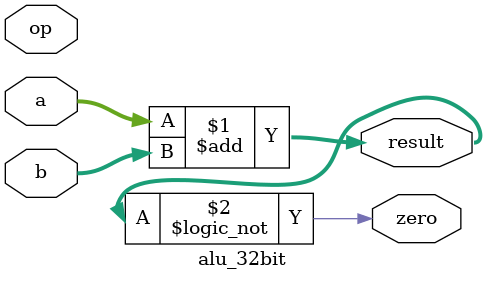
<source format=v>

module alu_32bit (
    input [31:0] a,
    input [31:0] b,
    input [3:0] op,
    output [31:0] result,
    output zero
);
    assign result = a + b;
    assign zero = (result == 0);
endmodule

</source>
